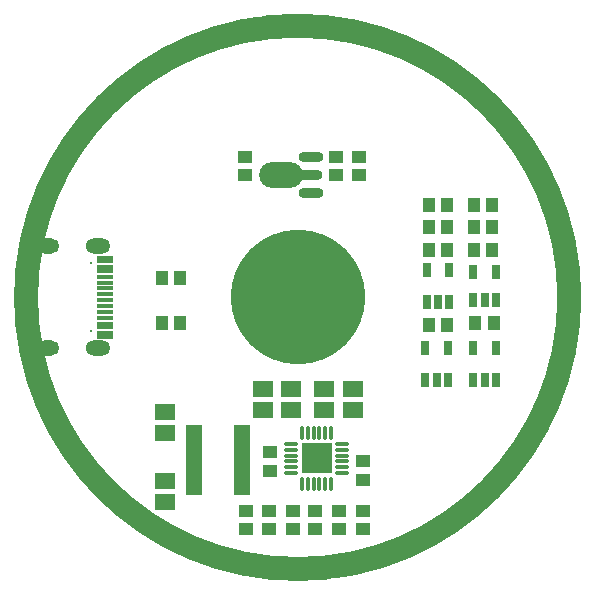
<source format=gbr>
G04 Layer_Color=16711935*
%FSLAX25Y25*%
%MOIN*%
%TF.FileFunction,Soldermask,Bot*%
%TF.Part,Single*%
G01*
G75*
%ADD32C,0.07874*%
%TA.AperFunction,SMDPad*%
%ADD33R,0.04461X0.04658*%
%TA.AperFunction,ViaPad*%
%ADD34O,0.08274X0.05124*%
%TA.AperFunction,ViaPad*%
%ADD35O,0.07487X0.05124*%
%TA.AperFunction,ViaPad*%
%ADD36R,0.00787X0.00787*%
%TA.AperFunction,ConnectorPad*%
%ADD37C,0.44882*%
%TA.AperFunction,SMDPad*%
%ADD39R,0.05512X0.01575*%
%TA.AperFunction,SMDPad*%
%ADD40R,0.04658X0.04461*%
%TA.AperFunction,SMDPad*%
%ADD41R,0.03162X0.04737*%
%TA.AperFunction,SMDPad*%
%ADD42O,0.14579X0.08674*%
%TA.AperFunction,SMDPad*%
%ADD43O,0.09068X0.03556*%
%TA.AperFunction,SMDPad*%
%ADD44O,0.08280X0.03556*%
%TA.AperFunction,SMDPad*%
%ADD45R,0.06587X0.05367*%
%TA.AperFunction,SMDPad*%
%ADD46R,0.05721X0.23202*%
%TA.AperFunction,SMDPad*%
%ADD47O,0.04921X0.01378*%
%TA.AperFunction,SMDPad*%
%ADD48O,0.01378X0.04921*%
%TA.AperFunction,SMDPad*%
%ADD49R,0.10236X0.10236*%
D32*
X484252Y393701D02*
G03*
X484252Y393701I-90551J0D01*
G01*
D33*
X458532Y424500D02*
D03*
X452468D02*
D03*
X458532Y409500D02*
D03*
X452468D02*
D03*
X452969Y385000D02*
D03*
X459031D02*
D03*
X452468Y417000D02*
D03*
X458532D02*
D03*
X437468D02*
D03*
X443532D02*
D03*
X443532Y424500D02*
D03*
X437468D02*
D03*
X437468Y409500D02*
D03*
X443532D02*
D03*
X437468Y384500D02*
D03*
X443532D02*
D03*
X354532Y400000D02*
D03*
X348468D02*
D03*
X354532Y385000D02*
D03*
X348468D02*
D03*
D34*
X327028Y376693D02*
D03*
Y410709D02*
D03*
D35*
X310571D02*
D03*
Y376693D02*
D03*
D36*
X324941Y382323D02*
D03*
Y405079D02*
D03*
D37*
X393701Y393701D02*
D03*
D39*
X329587Y398621D02*
D03*
Y406890D02*
D03*
Y405709D02*
D03*
X329586Y403741D02*
D03*
Y402559D02*
D03*
X329587Y400591D02*
D03*
Y396654D02*
D03*
Y394685D02*
D03*
Y392717D02*
D03*
Y390748D02*
D03*
Y388780D02*
D03*
Y386811D02*
D03*
X329587Y384843D02*
D03*
X329587Y383662D02*
D03*
Y381693D02*
D03*
Y380512D02*
D03*
D40*
X414000Y434469D02*
D03*
Y440531D02*
D03*
X406500Y440531D02*
D03*
Y434469D02*
D03*
X376000Y440531D02*
D03*
Y434469D02*
D03*
X415500Y332968D02*
D03*
Y339032D02*
D03*
X399500Y316469D02*
D03*
Y322532D02*
D03*
X392000Y316469D02*
D03*
Y322532D02*
D03*
X407500Y316469D02*
D03*
Y322532D02*
D03*
X415500Y316469D02*
D03*
Y322532D02*
D03*
X384000Y316469D02*
D03*
Y322532D02*
D03*
X376500Y322532D02*
D03*
Y316469D02*
D03*
X384500Y342032D02*
D03*
Y335968D02*
D03*
D41*
X459740Y366087D02*
D03*
X456000D02*
D03*
X452260D02*
D03*
Y376913D02*
D03*
X459740D02*
D03*
Y402224D02*
D03*
X452260D02*
D03*
Y392776D02*
D03*
X456000D02*
D03*
X459740D02*
D03*
X443740Y366087D02*
D03*
X440000D02*
D03*
X436260D02*
D03*
Y376913D02*
D03*
X443740D02*
D03*
X444240Y392087D02*
D03*
X440500D02*
D03*
X436760D02*
D03*
Y402913D02*
D03*
X444240D02*
D03*
D42*
X388158Y434500D02*
D03*
D43*
X397606D02*
D03*
D44*
X398000Y428594D02*
D03*
Y440406D02*
D03*
D45*
X402500Y355996D02*
D03*
Y363004D02*
D03*
X412000D02*
D03*
Y355996D02*
D03*
X382000Y363004D02*
D03*
Y355996D02*
D03*
X391500Y363004D02*
D03*
Y355996D02*
D03*
X349500Y325496D02*
D03*
Y332504D02*
D03*
Y355504D02*
D03*
Y348496D02*
D03*
D46*
X359247Y339600D02*
D03*
X375153D02*
D03*
D47*
X408366Y344921D02*
D03*
Y342953D02*
D03*
Y340984D02*
D03*
Y339016D02*
D03*
Y337047D02*
D03*
Y335079D02*
D03*
X391634D02*
D03*
Y337047D02*
D03*
Y339016D02*
D03*
Y340984D02*
D03*
Y342953D02*
D03*
Y344921D02*
D03*
D48*
X404921Y331634D02*
D03*
X402953D02*
D03*
X400984D02*
D03*
X399016D02*
D03*
X397047D02*
D03*
X395079D02*
D03*
Y348366D02*
D03*
X397047D02*
D03*
X399016D02*
D03*
X400984D02*
D03*
X402953D02*
D03*
X404921D02*
D03*
D49*
X400000Y340000D02*
D03*
%TF.MD5,05945466F92BDB70B99085C2F50B0E32*%
M02*

</source>
